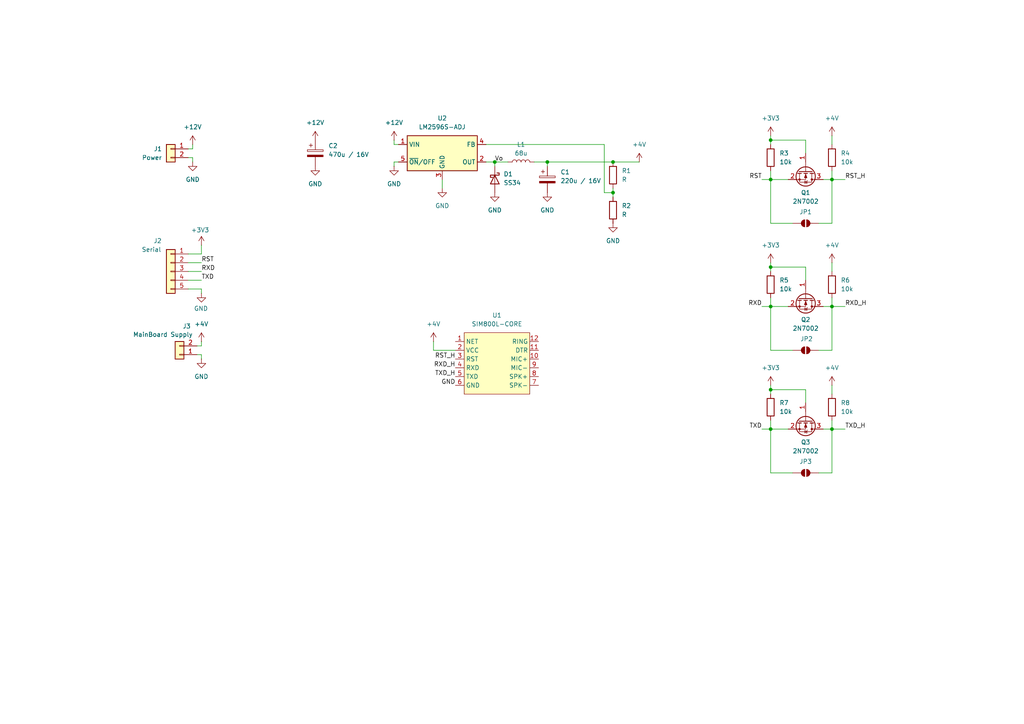
<source format=kicad_sch>
(kicad_sch (version 20231120) (generator "eeschema") (generator_version "8.0")
  (paper "A4")
  (lib_symbols
    (symbol "Connector_Generic:Conn_01x02" (pin_names (offset 1.016) hide)
      (property "Reference" "J" (at 0 2.54 0))
      (property "Value" "Conn_01x02" (at 0 -5.08 0))
      (symbol "Conn_01x02_1_1"
        (rectangle (start -1.27 -2.413) (end 0 -2.667) (stroke (width 0.1524)))
        (rectangle (start -1.27 0.127) (end 0 -0.127) (stroke (width 0.1524)))
        (rectangle (start -1.27 1.27) (end 1.27 -3.81) (stroke (width 0.254)) (fill (type background)))
        (pin passive line (at -5.08 0 0) (length 3.81) (name "Pin_1") (number "1"))
        (pin passive line (at -5.08 -2.54 0) (length 3.81) (name "Pin_2") (number "2"))
      )
    )
    (symbol "Connector_Generic:Conn_01x05" (pin_names (offset 1.016) hide)
      (property "Reference" "J" (at 0 7.62 0))
      (property "Value" "Conn_01x05" (at 0 -7.62 0))
      (symbol "Conn_01x05_1_1"
        (rectangle (start -1.27 -4.953) (end 0 -5.207) (stroke (width 0.1524)))
        (rectangle (start -1.27 -2.413) (end 0 -2.667) (stroke (width 0.1524)))
        (rectangle (start -1.27 0.127) (end 0 -0.127) (stroke (width 0.1524)))
        (rectangle (start -1.27 2.667) (end 0 2.413) (stroke (width 0.1524)))
        (rectangle (start -1.27 5.207) (end 0 4.953) (stroke (width 0.1524)))
        (rectangle (start -1.27 6.35) (end 1.27 -6.35) (stroke (width 0.254)) (fill (type background)))
        (pin passive line (at -5.08 5.08 0) (length 3.81) (name "Pin_1") (number "1"))
        (pin passive line (at -5.08 2.54 0) (length 3.81) (name "Pin_2") (number "2"))
        (pin passive line (at -5.08 0 0) (length 3.81) (name "Pin_3") (number "3"))
        (pin passive line (at -5.08 -2.54 0) (length 3.81) (name "Pin_4") (number "4"))
        (pin passive line (at -5.08 -5.08 0) (length 3.81) (name "Pin_5") (number "5"))
      )
    )
    (symbol "Device:C_Polarized" (pin_numbers hide) (pin_names (offset 0.254))
      (property "Reference" "C" (at 0.635 2.54 0))
      (property "Value" "C_Polarized" (at 0.635 -2.54 0))
      (symbol "C_Polarized_0_1"
        (rectangle (start -2.286 0.508) (end 2.286 1.016))
        (polyline (pts (xy -1.778 2.286) (xy -0.762 2.286)))
        (polyline (pts (xy -1.27 2.794) (xy -1.27 1.778)))
        (rectangle (start 2.286 -0.508) (end -2.286 -1.016) (fill (type outline)))
      )
      (symbol "C_Polarized_1_1"
        (pin passive line (at 0 3.81 270) (length 2.794) (name "~") (number "1"))
        (pin passive line (at 0 -3.81 90) (length 2.794) (name "~") (number "2"))
      )
    )
    (symbol "Device:L" (pin_numbers hide) (pin_names (offset 1.016) hide)
      (property "Reference" "L" (at -1.27 0 90))
      (property "Value" "L" (at 1.905 0 90))
      (symbol "L_0_1"
        (arc (start 0 -2.54) (mid 0.6323 -1.905) (end 0 -1.27))
        (arc (start 0 -1.27) (mid 0.6323 -0.635) (end 0 0))
        (arc (start 0 0) (mid 0.6323 0.635) (end 0 1.27))
        (arc (start 0 1.27) (mid 0.6323 1.905) (end 0 2.54))
      )
      (symbol "L_1_1"
        (pin passive line (at 0 3.81 270) (length 1.27) (name "1") (number "1"))
        (pin passive line (at 0 -3.81 90) (length 1.27) (name "2") (number "2"))
      )
    )
    (symbol "Device:R" (pin_numbers hide) (pin_names (offset 0))
      (property "Reference" "R" (at 2.032 0 90))
      (property "Value" "R" (at 0 0 90))
      (symbol "R_0_1"
        (rectangle (start -1.016 -2.54) (end 1.016 2.54) (stroke (width 0.254)))
      )
      (symbol "R_1_1"
        (pin passive line (at 0 3.81 270) (length 1.27) (name "~") (number "1"))
        (pin passive line (at 0 -3.81 90) (length 1.27) (name "~") (number "2"))
      )
    )
    (symbol "Diode:SS34" (pin_numbers hide) (pin_names (offset 1.016) hide)
      (property "Reference" "D" (at 0 2.54 0))
      (property "Value" "SS34" (at 0 -2.54 0))
      (symbol "SS34_0_1"
        (polyline (pts (xy 1.27 0) (xy -1.27 0)))
        (polyline (pts (xy 1.27 1.27) (xy 1.27 -1.27) (xy -1.27 0) (xy 1.27 1.27)) (stroke (width 0.254)))
        (polyline (pts (xy -1.905 0.635) (xy -1.905 1.27) (xy -1.27 1.27) (xy -1.27 -1.27) (xy -0.635 -1.27) (xy -0.635 -0.635)) (stroke (width 0.254)))
      )
      (symbol "SS34_1_1"
        (pin passive line (at -3.81 0 0) (length 2.54) (name "K") (number "1"))
        (pin passive line (at 3.81 0 180) (length 2.54) (name "A") (number "2"))
      )
    )
    (symbol "Jumper:SolderJumper_2_Open" (pin_numbers hide) (pin_names (offset 0) hide) (exclude_from_sim yes) (in_bom no)
      (property "Reference" "JP" (at 0 2.032 0))
      (property "Value" "SolderJumper_2_Open" (at 0 -2.54 0))
      (symbol "SolderJumper_2_Open_0_1"
        (arc (start -0.254 1.016) (mid -1.2656 0) (end -0.254 -1.016))
        (arc (start -0.254 1.016) (mid -1.2656 0) (end -0.254 -1.016) (fill (type outline)))
        (polyline (pts (xy -0.254 1.016) (xy -0.254 -1.016)))
        (polyline (pts (xy 0.254 1.016) (xy 0.254 -1.016)))
        (arc (start 0.254 -1.016) (mid 1.2656 0) (end 0.254 1.016))
        (arc (start 0.254 -1.016) (mid 1.2656 0) (end 0.254 1.016) (fill (type outline)))
      )
      (symbol "SolderJumper_2_Open_1_1"
        (pin passive line (at -3.81 0 0) (length 2.54) (name "A") (number "1"))
        (pin passive line (at 3.81 0 180) (length 2.54) (name "B") (number "2"))
      )
    )
    (symbol "Regulator_Switching:LM2596S-ADJ"
      (property "Reference" "U" (at -10.16 6.35 0))
      (property "Value" "LM2596S-ADJ" (at 0 6.35 0))
      (symbol "LM2596S-ADJ_0_1"
        (rectangle (start -10.16 5.08) (end 10.16 -5.08) (stroke (width 0.254)) (fill (type background)))
      )
      (symbol "LM2596S-ADJ_1_1"
        (pin power_in line (at -12.7 2.54 0) (length 2.54) (name "VIN") (number "1"))
        (pin output line (at 12.7 -2.54 180) (length 2.54) (name "OUT") (number "2"))
        (pin power_in line (at 0 -7.62 90) (length 2.54) (name "GND") (number "3"))
        (pin input line (at 12.7 2.54 180) (length 2.54) (name "FB") (number "4"))
        (pin input line (at -12.7 -2.54 0) (length 2.54) (name "~{ON}/OFF") (number "5"))
      )
    )
    (symbol "Transistor_FET:2N7002" (pin_names hide)
      (property "Reference" "Q" (at 5.08 1.905 0))
      (property "Value" "2N7002" (at 5.08 0 0))
      (symbol "2N7002_0_1"
        (polyline (pts (xy 0.254 0) (xy -2.54 0)))
        (polyline (pts (xy 0.254 1.905) (xy 0.254 -1.905)) (stroke (width 0.254)))
        (polyline (pts (xy 0.762 -1.27) (xy 0.762 -2.286)) (stroke (width 0.254)))
        (polyline (pts (xy 0.762 0.508) (xy 0.762 -0.508)) (stroke (width 0.254)))
        (polyline (pts (xy 0.762 2.286) (xy 0.762 1.27)) (stroke (width 0.254)))
        (polyline (pts (xy 2.54 2.54) (xy 2.54 1.778)))
        (polyline (pts (xy 2.54 -2.54) (xy 2.54 0) (xy 0.762 0)))
        (polyline (pts (xy 0.762 -1.778) (xy 3.302 -1.778) (xy 3.302 1.778) (xy 0.762 1.778)))
        (polyline (pts (xy 1.016 0) (xy 2.032 0.381) (xy 2.032 -0.381) (xy 1.016 0)) (fill (type outline)))
        (polyline (pts (xy 2.794 0.508) (xy 2.921 0.381) (xy 3.683 0.381) (xy 3.81 0.254)))
        (polyline (pts (xy 3.302 0.381) (xy 2.921 -0.254) (xy 3.683 -0.254) (xy 3.302 0.381)))
        (circle (center 1.651 0) (radius 2.794) (stroke (width 0.254)))
        (circle (center 2.54 -1.778) (radius 0.254) (fill (type outline)))
        (circle (center 2.54 1.778) (radius 0.254) (fill (type outline)))
      )
      (symbol "2N7002_1_1"
        (pin input line (at -5.08 0 0) (length 2.54) (name "G") (number "1"))
        (pin passive line (at 2.54 -5.08 90) (length 2.54) (name "S") (number "2"))
        (pin passive line (at 2.54 5.08 270) (length 2.54) (name "D") (number "3"))
      )
    )
    (symbol "power:+12V" (power) (pin_numbers hide) (pin_names (offset 0) hide)
      (property "Value" "+12V" (at 0 3.556 0))
      (symbol "+12V_0_1"
        (polyline (pts (xy -0.762 1.27) (xy 0 2.54)))
        (polyline (pts (xy 0 0) (xy 0 2.54)))
        (polyline (pts (xy 0 2.54) (xy 0.762 1.27)))
      )
      (symbol "+12V_1_1"
        (pin power_in line (at 0 0 90) (length 0) (name "~") (number "1"))
      )
    )
    (symbol "power:+3V3" (power) (pin_numbers hide) (pin_names (offset 0) hide)
      (property "Value" "+3V3" (at 0 3.556 0))
      (symbol "+3V3_0_1"
        (polyline (pts (xy -0.762 1.27) (xy 0 2.54)))
        (polyline (pts (xy 0 0) (xy 0 2.54)))
        (polyline (pts (xy 0 2.54) (xy 0.762 1.27)))
      )
      (symbol "+3V3_1_1"
        (pin power_in line (at 0 0 90) (length 0) (name "~") (number "1"))
      )
    )
    (symbol "power:+4V" (power) (pin_numbers hide) (pin_names (offset 0) hide)
      (property "Value" "+4V" (at 0 3.556 0))
      (symbol "+4V_0_1"
        (polyline (pts (xy -0.762 1.27) (xy 0 2.54)))
        (polyline (pts (xy 0 0) (xy 0 2.54)))
        (polyline (pts (xy 0 2.54) (xy 0.762 1.27)))
      )
      (symbol "+4V_1_1"
        (pin power_in line (at 0 0 90) (length 0) (name "~") (number "1"))
      )
    )
    (symbol "power:GND" (power) (pin_numbers hide) (pin_names (offset 0) hide)
      (property "Value" "GND" (at 0 -3.81 0))
      (symbol "GND_0_1"
        (polyline (pts (xy 0 0) (xy 0 -1.27) (xy 1.27 -1.27) (xy 0 -2.54) (xy -1.27 -1.27) (xy 0 -1.27)))
      )
      (symbol "GND_1_1"
        (pin power_in line (at 0 0 270) (length 0) (name "~") (number "1"))
      )
    )
    (symbol "sim800l-core:SIM800L-CORE"
      (property "Reference" "U" (at -7.62 8.89 0))
      (property "Value" "SIM800L-CORE" (at 0 -12.7 0))
      (symbol "SIM800L-CORE_0_1"
        (rectangle (start -8.89 7.62) (end 10.16 -10.16) (stroke (width 0.1524)) (fill (type background)))
      )
      (symbol "SIM800L-CORE_1_1"
        (pin bidirectional line (at -11.43 5.08 0) (length 2.54) (name "NET") (number "1"))
        (pin output line (at 12.7 0 180) (length 2.54) (name "MIC+") (number "10"))
        (pin passive line (at 12.7 2.54 180) (length 2.54) (name "DTR") (number "11"))
        (pin output line (at 12.7 5.08 180) (length 2.54) (name "RING") (number "12"))
        (pin power_in line (at -11.43 2.54 0) (length 2.54) (name "VCC") (number "2"))
        (pin input line (at -11.43 0 0) (length 2.54) (name "RST") (number "3"))
        (pin input line (at -11.43 -2.54 0) (length 2.54) (name "RXD") (number "4"))
        (pin output line (at -11.43 -5.08 0) (length 2.54) (name "TXD") (number "5"))
        (pin power_in line (at -11.43 -7.62 0) (length 2.54) (name "GND") (number "6"))
        (pin output line (at 12.7 -7.62 180) (length 2.54) (name "SPK-") (number "7"))
        (pin output line (at 12.7 -5.08 180) (length 2.54) (name "SPK+") (number "8"))
        (pin output line (at 12.7 -2.54 180) (length 2.54) (name "MIC-") (number "9"))
      )
    )
  )
  (junction (at 223.52 88.9))
  (junction (at 241.3 52.07))
  (junction (at 158.75 46.99))
  (junction (at 177.8 46.99))
  (junction (at 223.52 52.07))
  (junction (at 241.3 124.46))
  (junction (at 241.3 88.9))
  (junction (at 143.51 46.99))
  (junction (at 223.52 77.47))
  (junction (at 223.52 113.03))
  (junction (at 223.52 124.46))
  (junction (at 177.8 55.88))
  (junction (at 223.52 40.64))
  (wire (pts (xy 228.6 124.46) (xy 223.52 124.46)))
  (wire (pts (xy 233.68 77.47) (xy 233.68 81.28)))
  (wire (pts (xy 229.87 64.77) (xy 223.52 64.77)))
  (wire (pts (xy 241.3 76.2) (xy 241.3 78.74)))
  (wire (pts (xy 55.88 45.72) (xy 55.88 46.99)))
  (wire (pts (xy 125.73 101.6) (xy 125.73 99.06)))
  (wire (pts (xy 241.3 111.76) (xy 241.3 114.3)))
  (wire (pts (xy 241.3 39.37) (xy 241.3 41.91)))
  (wire (pts (xy 175.26 41.91) (xy 175.26 55.88)))
  (wire (pts (xy 241.3 86.36) (xy 241.3 88.9)))
  (wire (pts (xy 228.6 52.07) (xy 223.52 52.07)))
  (wire (pts (xy 57.15 102.87) (xy 58.42 102.87)))
  (wire (pts (xy 58.42 100.33) (xy 58.42 99.06)))
  (wire (pts (xy 58.42 81.28) (xy 54.61 81.28)))
  (wire (pts (xy 54.61 83.82) (xy 58.42 83.82)))
  (wire (pts (xy 140.97 46.99) (xy 143.51 46.99)))
  (wire (pts (xy 58.42 83.82) (xy 58.42 85.09)))
  (wire (pts (xy 140.97 41.91) (xy 175.26 41.91)))
  (wire (pts (xy 115.57 41.91) (xy 114.3 41.91)))
  (wire (pts (xy 143.51 46.99) (xy 147.32 46.99)))
  (wire (pts (xy 223.52 88.9) (xy 223.52 86.36)))
  (wire (pts (xy 175.26 55.88) (xy 177.8 55.88)))
  (wire (pts (xy 233.68 40.64) (xy 223.52 40.64)))
  (wire (pts (xy 54.61 73.66) (xy 58.42 73.66)))
  (wire (pts (xy 223.52 113.03) (xy 223.52 114.3)))
  (wire (pts (xy 237.49 101.6) (xy 241.3 101.6)))
  (wire (pts (xy 158.75 46.99) (xy 177.8 46.99)))
  (wire (pts (xy 54.61 45.72) (xy 55.88 45.72)))
  (wire (pts (xy 241.3 88.9) (xy 245.11 88.9)))
  (wire (pts (xy 177.8 55.88) (xy 177.8 57.15)))
  (wire (pts (xy 57.15 100.33) (xy 58.42 100.33)))
  (wire (pts (xy 223.52 111.76) (xy 223.52 113.03)))
  (wire (pts (xy 233.68 77.47) (xy 223.52 77.47)))
  (wire (pts (xy 237.49 137.16) (xy 241.3 137.16)))
  (wire (pts (xy 237.49 64.77) (xy 241.3 64.77)))
  (wire (pts (xy 241.3 101.6) (xy 241.3 88.9)))
  (wire (pts (xy 132.08 101.6) (xy 125.73 101.6)))
  (wire (pts (xy 54.61 76.2) (xy 58.42 76.2)))
  (wire (pts (xy 177.8 46.99) (xy 185.42 46.99)))
  (wire (pts (xy 223.52 64.77) (xy 223.52 52.07)))
  (wire (pts (xy 228.6 88.9) (xy 223.52 88.9)))
  (wire (pts (xy 223.52 124.46) (xy 223.52 121.92)))
  (wire (pts (xy 241.3 64.77) (xy 241.3 52.07)))
  (wire (pts (xy 223.52 39.37) (xy 223.52 40.64)))
  (wire (pts (xy 220.98 124.46) (xy 223.52 124.46)))
  (wire (pts (xy 241.3 121.92) (xy 241.3 124.46)))
  (wire (pts (xy 58.42 78.74) (xy 54.61 78.74)))
  (wire (pts (xy 241.3 124.46) (xy 238.76 124.46)))
  (wire (pts (xy 128.27 52.07) (xy 128.27 54.61)))
  (wire (pts (xy 223.52 77.47) (xy 223.52 78.74)))
  (wire (pts (xy 241.3 88.9) (xy 238.76 88.9)))
  (wire (pts (xy 223.52 52.07) (xy 223.52 49.53)))
  (wire (pts (xy 58.42 102.87) (xy 58.42 104.14)))
  (wire (pts (xy 54.61 43.18) (xy 55.88 43.18)))
  (wire (pts (xy 154.94 46.99) (xy 158.75 46.99)))
  (wire (pts (xy 241.3 137.16) (xy 241.3 124.46)))
  (wire (pts (xy 233.68 113.03) (xy 233.68 116.84)))
  (wire (pts (xy 241.3 124.46) (xy 245.11 124.46)))
  (wire (pts (xy 223.52 76.2) (xy 223.52 77.47)))
  (wire (pts (xy 223.52 40.64) (xy 223.52 41.91)))
  (wire (pts (xy 241.3 52.07) (xy 245.11 52.07)))
  (wire (pts (xy 229.87 101.6) (xy 223.52 101.6)))
  (wire (pts (xy 223.52 101.6) (xy 223.52 88.9)))
  (wire (pts (xy 241.3 52.07) (xy 238.76 52.07)))
  (wire (pts (xy 158.75 46.99) (xy 158.75 48.26)))
  (wire (pts (xy 58.42 73.66) (xy 58.42 71.12)))
  (wire (pts (xy 55.88 43.18) (xy 55.88 41.91)))
  (wire (pts (xy 177.8 54.61) (xy 177.8 55.88)))
  (wire (pts (xy 143.51 46.99) (xy 143.51 48.26)))
  (wire (pts (xy 233.68 40.64) (xy 233.68 44.45)))
  (wire (pts (xy 233.68 113.03) (xy 223.52 113.03)))
  (wire (pts (xy 115.57 46.99) (xy 114.3 46.99)))
  (wire (pts (xy 220.98 88.9) (xy 223.52 88.9)))
  (wire (pts (xy 220.98 52.07) (xy 223.52 52.07)))
  (wire (pts (xy 223.52 137.16) (xy 223.52 124.46)))
  (wire (pts (xy 223.52 137.16) (xy 229.87 137.16)))
  (wire (pts (xy 114.3 46.99) (xy 114.3 48.26)))
  (wire (pts (xy 114.3 41.91) (xy 114.3 40.64)))
  (wire (pts (xy 241.3 49.53) (xy 241.3 52.07)))
  (label "RST_H" (at 245.11 52.07 0))
  (label "RXD_H" (at 245.11 88.9 0))
  (label "TXD_H" (at 132.08 109.22 180))
  (label "GND" (at 132.08 111.76 180))
  (label "TXD" (at 58.42 81.28 0))
  (label "RXD" (at 220.98 88.9 180))
  (label "Vo" (at 143.51 46.99 0))
  (label "RXD_H" (at 132.08 106.68 180))
  (label "RST" (at 220.98 52.07 180))
  (label "TXD_H" (at 245.11 124.46 0))
  (label "RST" (at 58.42 76.2 0))
  (label "RXD" (at 58.42 78.74 0))
  (label "TXD" (at 220.98 124.46 180))
  (label "RST_H" (at 132.08 104.14 180))
  (symbol (lib_id "power:+3V3") (at 223.52 39.37 0) (unit 1)
    (property "Reference" "#PWR014" (effects (hide yes)))
    (property "Value" "+3V3" (at 223.52 34.29 0))
    (property "Description" "Power symbol creates a global label with name \"+3V3\"" (effects (hide yes)))
  )
  (symbol (lib_id "power:GND") (at 58.42 104.14 0) (unit 1)
    (property "Reference" "#PWR021" (effects (hide yes)))
    (property "Value" "GND" (at 58.42 109.22 0))
    (property "Description" "Power symbol creates a global label with name \"GND\" , ground" (effects (hide yes)))
  )
  (symbol (lib_id "power:GND") (at 143.51 55.88 0) (unit 1)
    (property "Reference" "#PWR08" (effects (hide yes)))
    (property "Value" "GND" (at 143.51 60.96 0))
    (property "Description" "Power symbol creates a global label with name \"GND\" , ground" (effects (hide yes)))
  )
  (symbol (lib_id "Device:R") (at 241.3 118.11 0) (unit 1)
    (property "Reference" "R8" (at 243.84 116.8399 0) (effects (justify left)))
    (property "Value" "10k" (at 243.84 119.3799 0) (effects (justify left)))
    (property "Footprint" "Resistor_SMD:R_1206_3216Metric_Pad1.30x1.75mm_HandSolder" (effects (hide yes)))
    (property "Description" "Resistor" (effects (hide yes)))
  )
  (symbol (lib_id "power:+4V") (at 185.42 46.99 0) (unit 1)
    (property "Reference" "#PWR011" (effects (hide yes)))
    (property "Value" "+4V" (at 185.42 41.91 0))
    (property "Description" "Power symbol creates a global label with name \"+4V\"" (effects (hide yes)))
  )
  (symbol (lib_id "power:GND") (at 58.42 85.09 0) (mirror y) (unit 1)
    (property "Reference" "#PWR020" (effects (hide yes)))
    (property "Value" "GND" (at 58.293 89.4842 0))
  )
  (symbol (lib_id "Jumper:SolderJumper_2_Open") (at 233.68 101.6 0) (unit 1) (exclude_from_sim yes) (in_bom no)
    (property "Reference" "JP2" (at 233.934 98.298 0))
    (property "Value" "SolderJumper_2_Open" (effects (hide yes)))
    (property "Footprint" "Jumper:SolderJumper-2_P1.3mm_Open_RoundedPad1.0x1.5mm" (effects (hide yes)))
    (property "Description" "Solder Jumper, 2-pole, open" (effects (hide yes)))
  )
  (symbol (lib_id "power:+4V") (at 125.73 99.06 0) (unit 1)
    (property "Reference" "#PWR012" (effects (hide yes)))
    (property "Value" "+4V" (at 125.73 93.98 0))
    (property "Description" "Power symbol creates a global label with name \"+4V\"" (effects (hide yes)))
  )
  (symbol (lib_id "power:GND") (at 128.27 54.61 0) (unit 1)
    (property "Reference" "#PWR05" (effects (hide yes)))
    (property "Value" "GND" (at 128.27 59.69 0))
    (property "Description" "Power symbol creates a global label with name \"GND\" , ground" (effects (hide yes)))
  )
  (symbol (lib_id "power:GND") (at 55.88 46.99 0) (unit 1)
    (property "Reference" "#PWR02" (effects (hide yes)))
    (property "Value" "GND" (at 55.88 52.07 0))
    (property "Description" "Power symbol creates a global label with name \"GND\" , ground" (effects (hide yes)))
  )
  (symbol (lib_id "power:GND") (at 114.3 48.26 0) (unit 1)
    (property "Reference" "#PWR04" (effects (hide yes)))
    (property "Value" "GND" (at 114.3 53.34 0))
    (property "Description" "Power symbol creates a global label with name \"GND\" , ground" (effects (hide yes)))
  )
  (symbol (lib_id "Device:R") (at 241.3 45.72 0) (unit 1)
    (property "Reference" "R4" (at 243.84 44.4499 0) (effects (justify left)))
    (property "Value" "10k" (at 243.84 46.9899 0) (effects (justify left)))
    (property "Footprint" "Resistor_SMD:R_1206_3216Metric_Pad1.30x1.75mm_HandSolder" (effects (hide yes)))
    (property "Description" "Resistor" (effects (hide yes)))
  )
  (symbol (lib_id "Device:L") (at 151.13 46.99 90) (unit 1)
    (property "Reference" "L1" (at 151.13 41.91 90))
    (property "Value" "68u" (at 151.13 44.45 90))
    (property "Footprint" "Inductor_SMD:L_12x12mm_H8mm" (effects (hide yes)))
    (property "Description" "Inductor" (effects (hide yes)))
  )
  (symbol (lib_id "Jumper:SolderJumper_2_Open") (at 233.68 137.16 0) (unit 1) (exclude_from_sim yes) (in_bom no)
    (property "Reference" "JP3" (at 233.68 133.858 0))
    (property "Value" "SolderJumper_2_Open" (effects (hide yes)))
    (property "Footprint" "Jumper:SolderJumper-2_P1.3mm_Open_RoundedPad1.0x1.5mm" (effects (hide yes)))
    (property "Description" "Solder Jumper, 2-pole, open" (effects (hide yes)))
  )
  (symbol (lib_id "power:+12V") (at 91.44 40.64 0) (unit 1)
    (property "Reference" "#PWR06" (effects (hide yes)))
    (property "Value" "+12V" (at 91.44 35.56 0))
    (property "Description" "Power symbol creates a global label with name \"+12V\"" (effects (hide yes)))
  )
  (symbol (lib_id "power:+12V") (at 55.88 41.91 0) (unit 1)
    (property "Reference" "#PWR01" (effects (hide yes)))
    (property "Value" "+12V" (at 55.88 36.83 0))
    (property "Description" "Power symbol creates a global label with name \"+12V\"" (effects (hide yes)))
  )
  (symbol (lib_id "power:GND") (at 91.44 48.26 0) (unit 1)
    (property "Reference" "#PWR07" (effects (hide yes)))
    (property "Value" "GND" (at 91.44 53.34 0))
    (property "Description" "Power symbol creates a global label with name \"GND\" , ground" (effects (hide yes)))
  )
  (symbol (lib_id "power:+12V") (at 114.3 40.64 0) (unit 1)
    (property "Reference" "#PWR03" (effects (hide yes)))
    (property "Value" "+12V" (at 114.3 35.56 0))
    (property "Description" "Power symbol creates a global label with name \"+12V\"" (effects (hide yes)))
  )
  (symbol (lib_id "Connector_Generic:Conn_01x02") (at 52.07 102.87 180) (unit 1)
    (property "Reference" "J3" (at 54.1528 94.615 0))
    (property "Value" "MainBoard Supply" (at 47.244 97.028 0))
    (property "Footprint" "Connector_JST:JST_XH_B2B-XH-A_1x02_P2.50mm_Vertical" (effects (hide yes)))
  )
  (symbol (lib_id "power:+4V") (at 58.42 99.06 0) (unit 1)
    (property "Reference" "#PWR022" (effects (hide yes)))
    (property "Value" "+4V" (at 58.42 93.98 0))
    (property "Description" "Power symbol creates a global label with name \"+4V\"" (effects (hide yes)))
  )
  (symbol (lib_id "Regulator_Switching:LM2596S-ADJ") (at 128.27 44.45 0) (unit 1)
    (property "Reference" "U2" (at 128.27 34.29 0))
    (property "Value" "LM2596S-ADJ" (at 128.27 36.83 0))
    (property "Footprint" "Package_TO_SOT_SMD:TO-263-5_TabPin3" (effects (hide yes)))
    (property "Datasheet" "http://www.ti.com/lit/ds/symlink/lm2596.pdf" (effects (hide yes)))
    (property "Description" "Adjustable 3A Step-Down Voltage Regulator, TO-263" (effects (hide yes)))
  )
  (symbol (lib_id "power:+4V") (at 241.3 111.76 0) (unit 1)
    (property "Reference" "#PWR018" (effects (hide yes)))
    (property "Value" "+4V" (at 241.3 106.68 0))
    (property "Description" "Power symbol creates a global label with name \"+4V\"" (effects (hide yes)))
  )
  (symbol (lib_id "Device:R") (at 177.8 60.96 0) (unit 1)
    (property "Reference" "R2" (at 180.34 59.6899 0) (effects (justify left)))
    (property "Value" "R" (at 180.34 62.2299 0) (effects (justify left)))
    (property "Footprint" "Resistor_SMD:R_1206_3216Metric_Pad1.30x1.75mm_HandSolder" (effects (hide yes)))
    (property "Description" "Resistor" (effects (hide yes)))
  )
  (symbol (lib_id "power:+3V3") (at 58.42 71.12 0) (mirror y) (unit 1)
    (property "Reference" "#PWR019" (effects (hide yes)))
    (property "Value" "+3V3" (at 58.039 66.7258 0))
  )
  (symbol (lib_id "Jumper:SolderJumper_2_Open") (at 233.68 64.77 0) (unit 1) (exclude_from_sim yes) (in_bom no)
    (property "Reference" "JP1" (at 233.68 61.468 0))
    (property "Value" "SolderJumper_2_Open" (effects (hide yes)))
    (property "Footprint" "Jumper:SolderJumper-2_P1.3mm_Open_RoundedPad1.0x1.5mm" (effects (hide yes)))
    (property "Description" "Solder Jumper, 2-pole, open" (effects (hide yes)))
  )
  (symbol (lib_id "power:+4V") (at 241.3 39.37 0) (unit 1)
    (property "Reference" "#PWR013" (effects (hide yes)))
    (property "Value" "+4V" (at 241.3 34.29 0))
    (property "Description" "Power symbol creates a global label with name \"+4V\"" (effects (hide yes)))
  )
  (symbol (lib_id "Connector_Generic:Conn_01x05") (at 49.53 78.74 0) (mirror y) (unit 1)
    (property "Reference" "J2" (at 45.72 69.85 0))
    (property "Value" "Serial" (at 43.942 72.39 0))
    (property "Footprint" "Connector_JST:JST_XH_B5B-XH-A_1x05_P2.50mm_Vertical" (effects (hide yes)))
    (property "Description" "Generic connector, single row, 01x05, script generated (kicad-library-utils/schlib/autogen/connector/)" (effects (hide yes)))
  )
  (symbol (lib_id "Transistor_FET:2N7002") (at 233.68 121.92 270) (unit 1)
    (property "Reference" "Q3" (at 233.68 128.27 90))
    (property "Value" "2N7002" (at 233.68 130.81 90))
    (property "Footprint" "Package_TO_SOT_SMD:SOT-23_Handsoldering" (effects (hide yes)))
    (property "Datasheet" "https://www.onsemi.com/pub/Collateral/NDS7002A-D.PDF" (effects (hide yes)))
    (property "Description" "0.115A Id, 60V Vds, N-Channel MOSFET, SOT-23" (effects (hide yes)))
  )
  (symbol (lib_id "Device:C_Polarized") (at 91.44 44.45 0) (unit 1)
    (property "Reference" "C2" (at 95.25 42.2909 0) (effects (justify left)))
    (property "Value" "470u / 16V" (at 95.25 44.8309 0) (effects (justify left)))
    (property "Footprint" "Capacitor_SMD:CP_Elec_8x10" (effects (hide yes)))
    (property "Description" "Polarized capacitor" (effects (hide yes)))
  )
  (symbol (lib_id "Device:C_Polarized") (at 158.75 52.07 0) (unit 1)
    (property "Reference" "C1" (at 162.56 49.9109 0) (effects (justify left)))
    (property "Value" "220u / 16V" (at 162.56 52.4509 0) (effects (justify left)))
    (property "Footprint" "Capacitor_SMD:CP_Elec_6.3x7.7" (effects (hide yes)))
    (property "Description" "Polarized capacitor" (effects (hide yes)))
  )
  (symbol (lib_id "Device:R") (at 241.3 82.55 0) (unit 1)
    (property "Reference" "R6" (at 243.84 81.2799 0) (effects (justify left)))
    (property "Value" "10k" (at 243.84 83.8199 0) (effects (justify left)))
    (property "Footprint" "Resistor_SMD:R_1206_3216Metric_Pad1.30x1.75mm_HandSolder" (effects (hide yes)))
    (property "Description" "Resistor" (effects (hide yes)))
  )
  (symbol (lib_id "Device:R") (at 177.8 50.8 0) (unit 1)
    (property "Reference" "R1" (at 180.34 49.5299 0) (effects (justify left)))
    (property "Value" "R" (at 180.34 52.0699 0) (effects (justify left)))
    (property "Footprint" "Resistor_SMD:R_1206_3216Metric_Pad1.30x1.75mm_HandSolder" (effects (hide yes)))
    (property "Description" "Resistor" (effects (hide yes)))
  )
  (symbol (lib_id "Device:R") (at 223.52 118.11 0) (unit 1)
    (property "Reference" "R7" (at 226.06 116.8399 0) (effects (justify left)))
    (property "Value" "10k" (at 226.06 119.3799 0) (effects (justify left)))
    (property "Footprint" "Resistor_SMD:R_1206_3216Metric_Pad1.30x1.75mm_HandSolder" (effects (hide yes)))
    (property "Description" "Resistor" (effects (hide yes)))
  )
  (symbol (lib_id "Device:R") (at 223.52 82.55 0) (unit 1)
    (property "Reference" "R5" (at 226.06 81.2799 0) (effects (justify left)))
    (property "Value" "10k" (at 226.06 83.8199 0) (effects (justify left)))
    (property "Footprint" "Resistor_SMD:R_1206_3216Metric_Pad1.30x1.75mm_HandSolder" (effects (hide yes)))
    (property "Description" "Resistor" (effects (hide yes)))
  )
  (symbol (lib_id "Transistor_FET:2N7002") (at 233.68 49.53 270) (unit 1)
    (property "Reference" "Q1" (at 233.68 55.88 90))
    (property "Value" "2N7002" (at 233.68 58.42 90))
    (property "Footprint" "Package_TO_SOT_SMD:SOT-23_Handsoldering" (effects (hide yes)))
    (property "Datasheet" "https://www.onsemi.com/pub/Collateral/NDS7002A-D.PDF" (effects (hide yes)))
    (property "Description" "0.115A Id, 60V Vds, N-Channel MOSFET, SOT-23" (effects (hide yes)))
  )
  (symbol (lib_id "Diode:SS34") (at 143.51 52.07 270) (unit 1)
    (property "Reference" "D1" (at 146.05 50.4824 90) (effects (justify left)))
    (property "Value" "SS34" (at 146.05 53.0224 90) (effects (justify left)))
    (property "Footprint" "Diode_SMD:D_SMA" (effects (hide yes)))
    (property "Datasheet" "https://www.vishay.com/docs/88751/ss32.pdf" (effects (hide yes)))
    (property "Description" "40V 3A Schottky Diode, SMA" (effects (hide yes)))
  )
  (symbol (lib_id "Connector_Generic:Conn_01x02") (at 49.53 43.18 0) (mirror y) (unit 1)
    (property "Reference" "J1" (at 46.99 43.1799 0) (effects (justify left)))
    (property "Value" "Power" (at 46.99 45.7199 0) (effects (justify left)))
    (property "Footprint" "Connector_JST:JST_VH_B2P-VH_1x02_P3.96mm_Vertical" (effects (hide yes)))
    (property "Description" "Generic connector, single row, 01x02, script generated (kicad-library-utils/schlib/autogen/connector/)" (effects (hide yes)))
  )
  (symbol (lib_id "Transistor_FET:2N7002") (at 233.68 86.36 270) (unit 1)
    (property "Reference" "Q2" (at 233.68 92.71 90))
    (property "Value" "2N7002" (at 233.68 95.25 90))
    (property "Footprint" "Package_TO_SOT_SMD:SOT-23_Handsoldering" (effects (hide yes)))
    (property "Datasheet" "https://www.onsemi.com/pub/Collateral/NDS7002A-D.PDF" (effects (hide yes)))
    (property "Description" "0.115A Id, 60V Vds, N-Channel MOSFET, SOT-23" (effects (hide yes)))
  )
  (symbol (lib_id "sim800l-core:SIM800L-CORE") (at 143.51 104.14 0) (unit 1)
    (property "Reference" "U1" (at 144.145 91.44 0))
    (property "Value" "SIM800L-CORE" (at 144.145 93.98 0))
    (property "Footprint" "kicad-sim800l:SIM800L-CORE" (effects (hide yes)))
  )
  (symbol (lib_id "Device:R") (at 223.52 45.72 0) (unit 1)
    (property "Reference" "R3" (at 226.06 44.4499 0) (effects (justify left)))
    (property "Value" "10k" (at 226.06 46.9899 0) (effects (justify left)))
    (property "Footprint" "Resistor_SMD:R_1206_3216Metric_Pad1.30x1.75mm_HandSolder" (effects (hide yes)))
    (property "Description" "Resistor" (effects (hide yes)))
  )
  (symbol (lib_id "power:+3V3") (at 223.52 76.2 0) (unit 1)
    (property "Reference" "#PWR015" (effects (hide yes)))
    (property "Value" "+3V3" (at 223.52 71.12 0))
    (property "Description" "Power symbol creates a global label with name \"+3V3\"" (effects (hide yes)))
  )
  (symbol (lib_id "power:+4V") (at 241.3 76.2 0) (unit 1)
    (property "Reference" "#PWR016" (effects (hide yes)))
    (property "Value" "+4V" (at 241.3 71.12 0))
    (property "Description" "Power symbol creates a global label with name \"+4V\"" (effects (hide yes)))
  )
  (symbol (lib_id "power:GND") (at 177.8 64.77 0) (unit 1)
    (property "Reference" "#PWR010" (effects (hide yes)))
    (property "Value" "GND" (at 177.8 69.85 0))
    (property "Description" "Power symbol creates a global label with name \"GND\" , ground" (effects (hide yes)))
  )
  (symbol (lib_id "power:+3V3") (at 223.52 111.76 0) (unit 1)
    (property "Reference" "#PWR017" (effects (hide yes)))
    (property "Value" "+3V3" (at 223.52 106.68 0))
    (property "Description" "Power symbol creates a global label with name \"+3V3\"" (effects (hide yes)))
  )
  (symbol (lib_id "power:GND") (at 158.75 55.88 0) (unit 1)
    (property "Reference" "#PWR09" (effects (hide yes)))
    (property "Value" "GND" (at 158.75 60.96 0))
    (property "Description" "Power symbol creates a global label with name \"GND\" , ground" (effects (hide yes)))
  )
)
</source>
